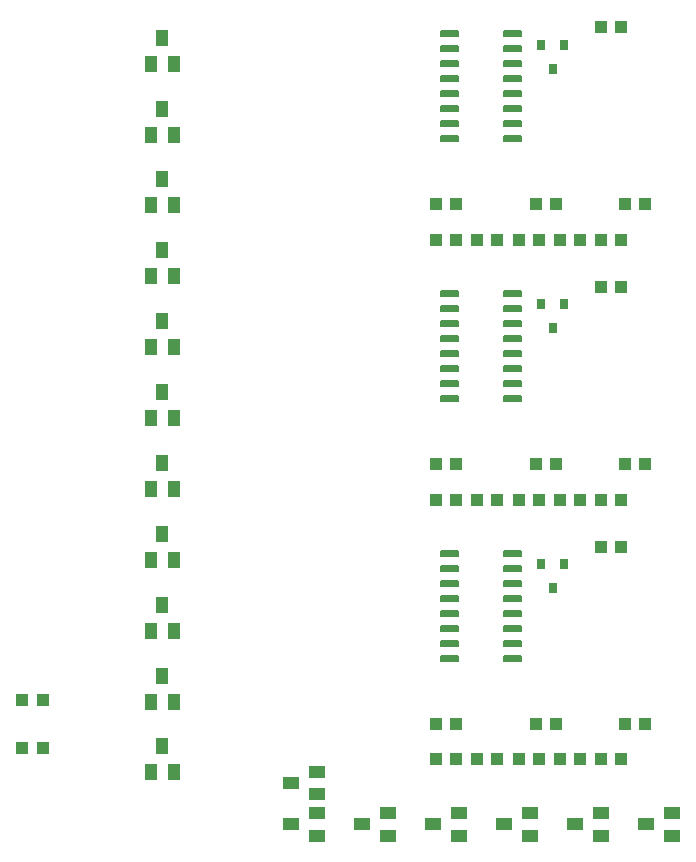
<source format=gbr>
G04 EAGLE Gerber RS-274X export*
G75*
%MOMM*%
%FSLAX34Y34*%
%LPD*%
%INSolderpaste Top*%
%IPPOS*%
%AMOC8*
5,1,8,0,0,1.08239X$1,22.5*%
G01*
%ADD10R,1.000000X1.100000*%
%ADD11C,0.147500*%
%ADD12R,1.100000X1.000000*%
%ADD13R,0.787400X0.889000*%
%ADD14R,1.400000X1.000000*%
%ADD15R,1.000000X1.400000*%


D10*
X726500Y-400000D03*
X743500Y-400000D03*
X726500Y-440000D03*
X743500Y-440000D03*
D11*
X1081137Y162237D02*
X1095463Y162237D01*
X1081137Y162237D02*
X1081137Y166663D01*
X1095463Y166663D01*
X1095463Y162237D01*
X1095463Y163638D02*
X1081137Y163638D01*
X1081137Y165039D02*
X1095463Y165039D01*
X1095463Y166440D02*
X1081137Y166440D01*
X1081137Y149537D02*
X1095463Y149537D01*
X1081137Y149537D02*
X1081137Y153963D01*
X1095463Y153963D01*
X1095463Y149537D01*
X1095463Y150938D02*
X1081137Y150938D01*
X1081137Y152339D02*
X1095463Y152339D01*
X1095463Y153740D02*
X1081137Y153740D01*
X1081137Y136837D02*
X1095463Y136837D01*
X1081137Y136837D02*
X1081137Y141263D01*
X1095463Y141263D01*
X1095463Y136837D01*
X1095463Y138238D02*
X1081137Y138238D01*
X1081137Y139639D02*
X1095463Y139639D01*
X1095463Y141040D02*
X1081137Y141040D01*
X1081137Y124137D02*
X1095463Y124137D01*
X1081137Y124137D02*
X1081137Y128563D01*
X1095463Y128563D01*
X1095463Y124137D01*
X1095463Y125538D02*
X1081137Y125538D01*
X1081137Y126939D02*
X1095463Y126939D01*
X1095463Y128340D02*
X1081137Y128340D01*
X1081137Y111437D02*
X1095463Y111437D01*
X1081137Y111437D02*
X1081137Y115863D01*
X1095463Y115863D01*
X1095463Y111437D01*
X1095463Y112838D02*
X1081137Y112838D01*
X1081137Y114239D02*
X1095463Y114239D01*
X1095463Y115640D02*
X1081137Y115640D01*
X1081137Y98737D02*
X1095463Y98737D01*
X1081137Y98737D02*
X1081137Y103163D01*
X1095463Y103163D01*
X1095463Y98737D01*
X1095463Y100138D02*
X1081137Y100138D01*
X1081137Y101539D02*
X1095463Y101539D01*
X1095463Y102940D02*
X1081137Y102940D01*
X1081137Y86037D02*
X1095463Y86037D01*
X1081137Y86037D02*
X1081137Y90463D01*
X1095463Y90463D01*
X1095463Y86037D01*
X1095463Y87438D02*
X1081137Y87438D01*
X1081137Y88839D02*
X1095463Y88839D01*
X1095463Y90240D02*
X1081137Y90240D01*
X1081137Y73337D02*
X1095463Y73337D01*
X1081137Y73337D02*
X1081137Y77763D01*
X1095463Y77763D01*
X1095463Y73337D01*
X1095463Y74738D02*
X1081137Y74738D01*
X1081137Y76139D02*
X1095463Y76139D01*
X1095463Y77540D02*
X1081137Y77540D01*
X1134537Y73337D02*
X1148863Y73337D01*
X1134537Y73337D02*
X1134537Y77763D01*
X1148863Y77763D01*
X1148863Y73337D01*
X1148863Y74738D02*
X1134537Y74738D01*
X1134537Y76139D02*
X1148863Y76139D01*
X1148863Y77540D02*
X1134537Y77540D01*
X1134537Y86037D02*
X1148863Y86037D01*
X1134537Y86037D02*
X1134537Y90463D01*
X1148863Y90463D01*
X1148863Y86037D01*
X1148863Y87438D02*
X1134537Y87438D01*
X1134537Y88839D02*
X1148863Y88839D01*
X1148863Y90240D02*
X1134537Y90240D01*
X1134537Y98737D02*
X1148863Y98737D01*
X1134537Y98737D02*
X1134537Y103163D01*
X1148863Y103163D01*
X1148863Y98737D01*
X1148863Y100138D02*
X1134537Y100138D01*
X1134537Y101539D02*
X1148863Y101539D01*
X1148863Y102940D02*
X1134537Y102940D01*
X1134537Y111437D02*
X1148863Y111437D01*
X1134537Y111437D02*
X1134537Y115863D01*
X1148863Y115863D01*
X1148863Y111437D01*
X1148863Y112838D02*
X1134537Y112838D01*
X1134537Y114239D02*
X1148863Y114239D01*
X1148863Y115640D02*
X1134537Y115640D01*
X1134537Y124137D02*
X1148863Y124137D01*
X1134537Y124137D02*
X1134537Y128563D01*
X1148863Y128563D01*
X1148863Y124137D01*
X1148863Y125538D02*
X1134537Y125538D01*
X1134537Y126939D02*
X1148863Y126939D01*
X1148863Y128340D02*
X1134537Y128340D01*
X1134537Y136837D02*
X1148863Y136837D01*
X1134537Y136837D02*
X1134537Y141263D01*
X1148863Y141263D01*
X1148863Y136837D01*
X1148863Y138238D02*
X1134537Y138238D01*
X1134537Y139639D02*
X1148863Y139639D01*
X1148863Y141040D02*
X1134537Y141040D01*
X1134537Y149537D02*
X1148863Y149537D01*
X1134537Y149537D02*
X1134537Y153963D01*
X1148863Y153963D01*
X1148863Y149537D01*
X1148863Y150938D02*
X1134537Y150938D01*
X1134537Y152339D02*
X1148863Y152339D01*
X1148863Y153740D02*
X1134537Y153740D01*
X1134537Y162237D02*
X1148863Y162237D01*
X1134537Y162237D02*
X1134537Y166663D01*
X1148863Y166663D01*
X1148863Y162237D01*
X1148863Y163638D02*
X1134537Y163638D01*
X1134537Y165039D02*
X1148863Y165039D01*
X1148863Y166440D02*
X1134537Y166440D01*
D10*
X1161500Y20000D03*
X1178500Y20000D03*
X1236500Y20000D03*
X1253500Y20000D03*
X1216500Y170000D03*
X1233500Y170000D03*
X1076500Y20000D03*
X1093500Y20000D03*
D12*
X1076500Y-10000D03*
X1093500Y-10000D03*
X1111500Y-10000D03*
X1128500Y-10000D03*
X1146500Y-10000D03*
X1163500Y-10000D03*
X1181500Y-10000D03*
X1198500Y-10000D03*
X1216500Y-10000D03*
X1233500Y-10000D03*
D13*
X1184906Y155160D03*
X1165602Y155160D03*
X1175254Y134840D03*
D11*
X1095463Y-57763D02*
X1081137Y-57763D01*
X1081137Y-53337D01*
X1095463Y-53337D01*
X1095463Y-57763D01*
X1095463Y-56362D02*
X1081137Y-56362D01*
X1081137Y-54961D02*
X1095463Y-54961D01*
X1095463Y-53560D02*
X1081137Y-53560D01*
X1081137Y-70463D02*
X1095463Y-70463D01*
X1081137Y-70463D02*
X1081137Y-66037D01*
X1095463Y-66037D01*
X1095463Y-70463D01*
X1095463Y-69062D02*
X1081137Y-69062D01*
X1081137Y-67661D02*
X1095463Y-67661D01*
X1095463Y-66260D02*
X1081137Y-66260D01*
X1081137Y-83163D02*
X1095463Y-83163D01*
X1081137Y-83163D02*
X1081137Y-78737D01*
X1095463Y-78737D01*
X1095463Y-83163D01*
X1095463Y-81762D02*
X1081137Y-81762D01*
X1081137Y-80361D02*
X1095463Y-80361D01*
X1095463Y-78960D02*
X1081137Y-78960D01*
X1081137Y-95863D02*
X1095463Y-95863D01*
X1081137Y-95863D02*
X1081137Y-91437D01*
X1095463Y-91437D01*
X1095463Y-95863D01*
X1095463Y-94462D02*
X1081137Y-94462D01*
X1081137Y-93061D02*
X1095463Y-93061D01*
X1095463Y-91660D02*
X1081137Y-91660D01*
X1081137Y-108563D02*
X1095463Y-108563D01*
X1081137Y-108563D02*
X1081137Y-104137D01*
X1095463Y-104137D01*
X1095463Y-108563D01*
X1095463Y-107162D02*
X1081137Y-107162D01*
X1081137Y-105761D02*
X1095463Y-105761D01*
X1095463Y-104360D02*
X1081137Y-104360D01*
X1081137Y-121263D02*
X1095463Y-121263D01*
X1081137Y-121263D02*
X1081137Y-116837D01*
X1095463Y-116837D01*
X1095463Y-121263D01*
X1095463Y-119862D02*
X1081137Y-119862D01*
X1081137Y-118461D02*
X1095463Y-118461D01*
X1095463Y-117060D02*
X1081137Y-117060D01*
X1081137Y-133963D02*
X1095463Y-133963D01*
X1081137Y-133963D02*
X1081137Y-129537D01*
X1095463Y-129537D01*
X1095463Y-133963D01*
X1095463Y-132562D02*
X1081137Y-132562D01*
X1081137Y-131161D02*
X1095463Y-131161D01*
X1095463Y-129760D02*
X1081137Y-129760D01*
X1081137Y-146663D02*
X1095463Y-146663D01*
X1081137Y-146663D02*
X1081137Y-142237D01*
X1095463Y-142237D01*
X1095463Y-146663D01*
X1095463Y-145262D02*
X1081137Y-145262D01*
X1081137Y-143861D02*
X1095463Y-143861D01*
X1095463Y-142460D02*
X1081137Y-142460D01*
X1134537Y-146663D02*
X1148863Y-146663D01*
X1134537Y-146663D02*
X1134537Y-142237D01*
X1148863Y-142237D01*
X1148863Y-146663D01*
X1148863Y-145262D02*
X1134537Y-145262D01*
X1134537Y-143861D02*
X1148863Y-143861D01*
X1148863Y-142460D02*
X1134537Y-142460D01*
X1134537Y-133963D02*
X1148863Y-133963D01*
X1134537Y-133963D02*
X1134537Y-129537D01*
X1148863Y-129537D01*
X1148863Y-133963D01*
X1148863Y-132562D02*
X1134537Y-132562D01*
X1134537Y-131161D02*
X1148863Y-131161D01*
X1148863Y-129760D02*
X1134537Y-129760D01*
X1134537Y-121263D02*
X1148863Y-121263D01*
X1134537Y-121263D02*
X1134537Y-116837D01*
X1148863Y-116837D01*
X1148863Y-121263D01*
X1148863Y-119862D02*
X1134537Y-119862D01*
X1134537Y-118461D02*
X1148863Y-118461D01*
X1148863Y-117060D02*
X1134537Y-117060D01*
X1134537Y-108563D02*
X1148863Y-108563D01*
X1134537Y-108563D02*
X1134537Y-104137D01*
X1148863Y-104137D01*
X1148863Y-108563D01*
X1148863Y-107162D02*
X1134537Y-107162D01*
X1134537Y-105761D02*
X1148863Y-105761D01*
X1148863Y-104360D02*
X1134537Y-104360D01*
X1134537Y-95863D02*
X1148863Y-95863D01*
X1134537Y-95863D02*
X1134537Y-91437D01*
X1148863Y-91437D01*
X1148863Y-95863D01*
X1148863Y-94462D02*
X1134537Y-94462D01*
X1134537Y-93061D02*
X1148863Y-93061D01*
X1148863Y-91660D02*
X1134537Y-91660D01*
X1134537Y-83163D02*
X1148863Y-83163D01*
X1134537Y-83163D02*
X1134537Y-78737D01*
X1148863Y-78737D01*
X1148863Y-83163D01*
X1148863Y-81762D02*
X1134537Y-81762D01*
X1134537Y-80361D02*
X1148863Y-80361D01*
X1148863Y-78960D02*
X1134537Y-78960D01*
X1134537Y-70463D02*
X1148863Y-70463D01*
X1134537Y-70463D02*
X1134537Y-66037D01*
X1148863Y-66037D01*
X1148863Y-70463D01*
X1148863Y-69062D02*
X1134537Y-69062D01*
X1134537Y-67661D02*
X1148863Y-67661D01*
X1148863Y-66260D02*
X1134537Y-66260D01*
X1134537Y-57763D02*
X1148863Y-57763D01*
X1134537Y-57763D02*
X1134537Y-53337D01*
X1148863Y-53337D01*
X1148863Y-57763D01*
X1148863Y-56362D02*
X1134537Y-56362D01*
X1134537Y-54961D02*
X1148863Y-54961D01*
X1148863Y-53560D02*
X1134537Y-53560D01*
D10*
X1161500Y-200000D03*
X1178500Y-200000D03*
X1236500Y-200000D03*
X1253500Y-200000D03*
X1216500Y-50000D03*
X1233500Y-50000D03*
X1076500Y-200000D03*
X1093500Y-200000D03*
D12*
X1076500Y-230000D03*
X1093500Y-230000D03*
X1111500Y-230000D03*
X1128500Y-230000D03*
X1146500Y-230000D03*
X1163500Y-230000D03*
X1181500Y-230000D03*
X1198500Y-230000D03*
X1216500Y-230000D03*
X1233500Y-230000D03*
D13*
X1184906Y-64840D03*
X1165602Y-64840D03*
X1175254Y-85160D03*
D11*
X1095463Y-277763D02*
X1081137Y-277763D01*
X1081137Y-273337D01*
X1095463Y-273337D01*
X1095463Y-277763D01*
X1095463Y-276362D02*
X1081137Y-276362D01*
X1081137Y-274961D02*
X1095463Y-274961D01*
X1095463Y-273560D02*
X1081137Y-273560D01*
X1081137Y-290463D02*
X1095463Y-290463D01*
X1081137Y-290463D02*
X1081137Y-286037D01*
X1095463Y-286037D01*
X1095463Y-290463D01*
X1095463Y-289062D02*
X1081137Y-289062D01*
X1081137Y-287661D02*
X1095463Y-287661D01*
X1095463Y-286260D02*
X1081137Y-286260D01*
X1081137Y-303163D02*
X1095463Y-303163D01*
X1081137Y-303163D02*
X1081137Y-298737D01*
X1095463Y-298737D01*
X1095463Y-303163D01*
X1095463Y-301762D02*
X1081137Y-301762D01*
X1081137Y-300361D02*
X1095463Y-300361D01*
X1095463Y-298960D02*
X1081137Y-298960D01*
X1081137Y-315863D02*
X1095463Y-315863D01*
X1081137Y-315863D02*
X1081137Y-311437D01*
X1095463Y-311437D01*
X1095463Y-315863D01*
X1095463Y-314462D02*
X1081137Y-314462D01*
X1081137Y-313061D02*
X1095463Y-313061D01*
X1095463Y-311660D02*
X1081137Y-311660D01*
X1081137Y-328563D02*
X1095463Y-328563D01*
X1081137Y-328563D02*
X1081137Y-324137D01*
X1095463Y-324137D01*
X1095463Y-328563D01*
X1095463Y-327162D02*
X1081137Y-327162D01*
X1081137Y-325761D02*
X1095463Y-325761D01*
X1095463Y-324360D02*
X1081137Y-324360D01*
X1081137Y-341263D02*
X1095463Y-341263D01*
X1081137Y-341263D02*
X1081137Y-336837D01*
X1095463Y-336837D01*
X1095463Y-341263D01*
X1095463Y-339862D02*
X1081137Y-339862D01*
X1081137Y-338461D02*
X1095463Y-338461D01*
X1095463Y-337060D02*
X1081137Y-337060D01*
X1081137Y-353963D02*
X1095463Y-353963D01*
X1081137Y-353963D02*
X1081137Y-349537D01*
X1095463Y-349537D01*
X1095463Y-353963D01*
X1095463Y-352562D02*
X1081137Y-352562D01*
X1081137Y-351161D02*
X1095463Y-351161D01*
X1095463Y-349760D02*
X1081137Y-349760D01*
X1081137Y-366663D02*
X1095463Y-366663D01*
X1081137Y-366663D02*
X1081137Y-362237D01*
X1095463Y-362237D01*
X1095463Y-366663D01*
X1095463Y-365262D02*
X1081137Y-365262D01*
X1081137Y-363861D02*
X1095463Y-363861D01*
X1095463Y-362460D02*
X1081137Y-362460D01*
X1134537Y-366663D02*
X1148863Y-366663D01*
X1134537Y-366663D02*
X1134537Y-362237D01*
X1148863Y-362237D01*
X1148863Y-366663D01*
X1148863Y-365262D02*
X1134537Y-365262D01*
X1134537Y-363861D02*
X1148863Y-363861D01*
X1148863Y-362460D02*
X1134537Y-362460D01*
X1134537Y-353963D02*
X1148863Y-353963D01*
X1134537Y-353963D02*
X1134537Y-349537D01*
X1148863Y-349537D01*
X1148863Y-353963D01*
X1148863Y-352562D02*
X1134537Y-352562D01*
X1134537Y-351161D02*
X1148863Y-351161D01*
X1148863Y-349760D02*
X1134537Y-349760D01*
X1134537Y-341263D02*
X1148863Y-341263D01*
X1134537Y-341263D02*
X1134537Y-336837D01*
X1148863Y-336837D01*
X1148863Y-341263D01*
X1148863Y-339862D02*
X1134537Y-339862D01*
X1134537Y-338461D02*
X1148863Y-338461D01*
X1148863Y-337060D02*
X1134537Y-337060D01*
X1134537Y-328563D02*
X1148863Y-328563D01*
X1134537Y-328563D02*
X1134537Y-324137D01*
X1148863Y-324137D01*
X1148863Y-328563D01*
X1148863Y-327162D02*
X1134537Y-327162D01*
X1134537Y-325761D02*
X1148863Y-325761D01*
X1148863Y-324360D02*
X1134537Y-324360D01*
X1134537Y-315863D02*
X1148863Y-315863D01*
X1134537Y-315863D02*
X1134537Y-311437D01*
X1148863Y-311437D01*
X1148863Y-315863D01*
X1148863Y-314462D02*
X1134537Y-314462D01*
X1134537Y-313061D02*
X1148863Y-313061D01*
X1148863Y-311660D02*
X1134537Y-311660D01*
X1134537Y-303163D02*
X1148863Y-303163D01*
X1134537Y-303163D02*
X1134537Y-298737D01*
X1148863Y-298737D01*
X1148863Y-303163D01*
X1148863Y-301762D02*
X1134537Y-301762D01*
X1134537Y-300361D02*
X1148863Y-300361D01*
X1148863Y-298960D02*
X1134537Y-298960D01*
X1134537Y-290463D02*
X1148863Y-290463D01*
X1134537Y-290463D02*
X1134537Y-286037D01*
X1148863Y-286037D01*
X1148863Y-290463D01*
X1148863Y-289062D02*
X1134537Y-289062D01*
X1134537Y-287661D02*
X1148863Y-287661D01*
X1148863Y-286260D02*
X1134537Y-286260D01*
X1134537Y-277763D02*
X1148863Y-277763D01*
X1134537Y-277763D02*
X1134537Y-273337D01*
X1148863Y-273337D01*
X1148863Y-277763D01*
X1148863Y-276362D02*
X1134537Y-276362D01*
X1134537Y-274961D02*
X1148863Y-274961D01*
X1148863Y-273560D02*
X1134537Y-273560D01*
D10*
X1161500Y-420000D03*
X1178500Y-420000D03*
X1236500Y-420000D03*
X1253500Y-420000D03*
X1216500Y-270000D03*
X1233500Y-270000D03*
X1076500Y-420000D03*
X1093500Y-420000D03*
D12*
X1076500Y-450000D03*
X1093500Y-450000D03*
X1111500Y-450000D03*
X1128500Y-450000D03*
X1146500Y-450000D03*
X1163500Y-450000D03*
X1181500Y-450000D03*
X1198500Y-450000D03*
X1216500Y-450000D03*
X1233500Y-450000D03*
D13*
X1184906Y-284840D03*
X1165602Y-284840D03*
X1175254Y-305160D03*
D14*
X954000Y-505000D03*
X976000Y-495500D03*
X976000Y-514500D03*
X1014000Y-505000D03*
X1036000Y-495500D03*
X1036000Y-514500D03*
X1074000Y-505000D03*
X1096000Y-495500D03*
X1096000Y-514500D03*
X1134000Y-505000D03*
X1156000Y-495500D03*
X1156000Y-514500D03*
X1194000Y-505000D03*
X1216000Y-495500D03*
X1216000Y-514500D03*
X1254000Y-505000D03*
X1276000Y-495500D03*
X1276000Y-514500D03*
X954000Y-470000D03*
X976000Y-460500D03*
X976000Y-479500D03*
D15*
X845000Y161000D03*
X854500Y139000D03*
X835500Y139000D03*
X845000Y101000D03*
X854500Y79000D03*
X835500Y79000D03*
X845000Y41000D03*
X854500Y19000D03*
X835500Y19000D03*
X845000Y-19000D03*
X854500Y-41000D03*
X835500Y-41000D03*
X845000Y-79000D03*
X854500Y-101000D03*
X835500Y-101000D03*
X845000Y-139000D03*
X854500Y-161000D03*
X835500Y-161000D03*
X845000Y-199000D03*
X854500Y-221000D03*
X835500Y-221000D03*
X845000Y-259000D03*
X854500Y-281000D03*
X835500Y-281000D03*
X845000Y-319000D03*
X854500Y-341000D03*
X835500Y-341000D03*
X845000Y-379000D03*
X854500Y-401000D03*
X835500Y-401000D03*
X845000Y-439000D03*
X854500Y-461000D03*
X835500Y-461000D03*
M02*

</source>
